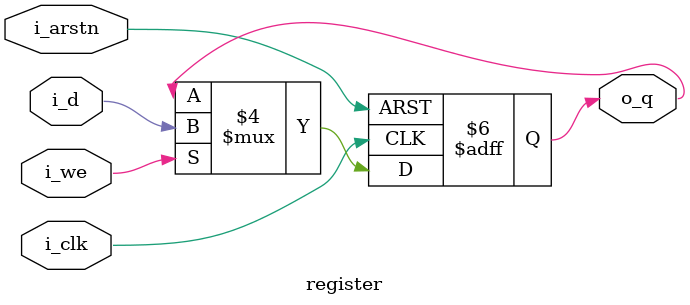
<source format=v>


module register(i_clk, i_d, i_arstn, i_we, o_q);


input i_clk; //clock
input i_d; // input data
input i_we; // write enable
input i_arstn; // async reset (active low)
output reg  o_q; // output data


always @(posedge i_clk or negedge i_arstn ) begin
	if (!i_arstn) begin
		o_q <= 1'b0;
	end else if (i_we) begin
		o_q <= i_d;
	end else begin
		o_q <= o_q;
	end
end


endmodule

</source>
